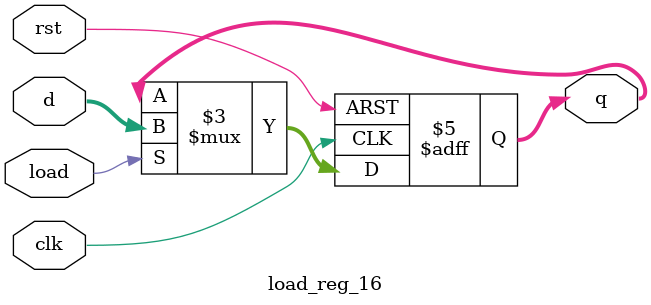
<source format=v>
`timescale 1ns / 1ps
module load_reg_16(clk, rst, load, d, q);
    input             clk, rst, load;
    input      [15:0]              d;
    output reg [15:0]              q;

    always @ (posedge clk, posedge rst)
        if   (rst)     q <= 16'b0;
        else if (load) q <=     d;
        else           q <=     q;

endmodule

</source>
